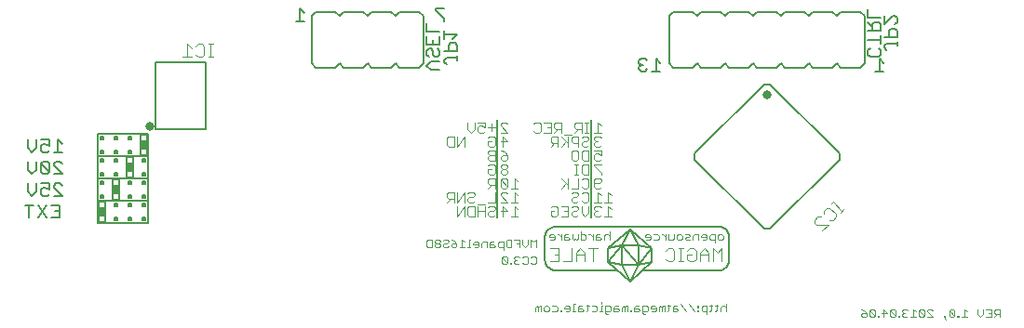
<source format=gbo>
G75*
G70*
%OFA0B0*%
%FSLAX24Y24*%
%IPPOS*%
%LPD*%
%AMOC8*
5,1,8,0,0,1.08239X$1,22.5*
%
%ADD10C,0.0080*%
%ADD11C,0.0315*%
%ADD12C,0.0040*%
%ADD13C,0.0060*%
%ADD14C,0.0050*%
%ADD15C,0.0030*%
D10*
X005290Y007151D02*
X007070Y007151D01*
X007070Y009569D01*
X005290Y009569D01*
X005290Y007151D01*
X024591Y006291D02*
X024591Y006069D01*
X027069Y003591D01*
X027291Y003591D01*
X029769Y006069D01*
X029769Y006291D01*
X027291Y008769D01*
X027069Y008769D01*
X024591Y006291D01*
D11*
X027180Y008407D03*
X005080Y007260D03*
D12*
X006263Y009750D02*
X006570Y009750D01*
X006417Y009750D02*
X006417Y010210D01*
X006570Y010057D01*
X006724Y010134D02*
X006801Y010210D01*
X006954Y010210D01*
X007031Y010134D01*
X007031Y009827D01*
X006954Y009750D01*
X006801Y009750D01*
X006724Y009827D01*
X007184Y009750D02*
X007338Y009750D01*
X007261Y009750D02*
X007261Y010210D01*
X007338Y010210D02*
X007184Y010210D01*
X028883Y003901D02*
X028883Y003792D01*
X028937Y003738D01*
X029371Y003738D01*
X029154Y003521D01*
X028883Y003901D02*
X028992Y004009D01*
X029100Y004009D01*
X029209Y004118D02*
X029209Y004226D01*
X029317Y004335D01*
X029426Y004335D01*
X029643Y004118D01*
X029643Y004009D01*
X029534Y003901D01*
X029426Y003901D01*
X029805Y004172D02*
X029914Y004281D01*
X029860Y004226D02*
X029534Y004552D01*
X029588Y004606D02*
X029480Y004498D01*
X025554Y002881D02*
X025400Y002727D01*
X025247Y002881D01*
X025247Y002420D01*
X025093Y002420D02*
X025093Y002727D01*
X024940Y002881D01*
X024786Y002727D01*
X024786Y002420D01*
X024633Y002497D02*
X024556Y002420D01*
X024403Y002420D01*
X024326Y002497D01*
X024326Y002651D01*
X024479Y002651D01*
X024326Y002804D02*
X024403Y002881D01*
X024556Y002881D01*
X024633Y002804D01*
X024633Y002497D01*
X024786Y002651D02*
X025093Y002651D01*
X025554Y002420D02*
X025554Y002881D01*
X024173Y002881D02*
X024019Y002881D01*
X024096Y002881D02*
X024096Y002420D01*
X024173Y002420D02*
X024019Y002420D01*
X023866Y002497D02*
X023789Y002420D01*
X023635Y002420D01*
X023559Y002497D01*
X023866Y002497D02*
X023866Y002804D01*
X023789Y002881D01*
X023635Y002881D01*
X023559Y002804D01*
X021103Y002881D02*
X020796Y002881D01*
X020950Y002881D02*
X020950Y002420D01*
X020643Y002420D02*
X020643Y002727D01*
X020489Y002881D01*
X020336Y002727D01*
X020336Y002420D01*
X020182Y002420D02*
X019876Y002420D01*
X019722Y002420D02*
X019415Y002420D01*
X019722Y002420D02*
X019722Y002881D01*
X019415Y002881D01*
X019569Y002651D02*
X019722Y002651D01*
X020182Y002881D02*
X020182Y002420D01*
X020336Y002651D02*
X020643Y002651D01*
D13*
X003220Y003790D02*
X003220Y004590D01*
X003220Y005390D01*
X003220Y006190D01*
X003220Y006990D01*
X005020Y006990D01*
X005020Y006190D01*
X003220Y006190D01*
X004245Y006165D02*
X004245Y005415D01*
X004495Y005415D02*
X004495Y006165D01*
X004745Y006215D02*
X004745Y006965D01*
X004995Y006965D02*
X004995Y006215D01*
X005020Y006190D02*
X005020Y005390D01*
X003220Y005390D01*
X003745Y005365D02*
X003745Y004615D01*
X003995Y004615D02*
X003995Y005365D01*
X005020Y005390D02*
X005020Y004590D01*
X003220Y004590D01*
X003245Y004565D02*
X003245Y003815D01*
X003220Y003790D02*
X005020Y003790D01*
X005020Y004590D01*
X003495Y004565D02*
X003495Y003815D01*
X017530Y003980D02*
X017530Y007480D01*
X020880Y007480D02*
X020880Y003980D01*
X021491Y002877D02*
X022278Y003566D01*
X021983Y002975D01*
X021491Y002385D01*
X021983Y002286D01*
X022574Y002286D01*
X021983Y002975D01*
X021491Y002877D01*
X021491Y002385D01*
X022278Y001696D01*
X021983Y002286D01*
X021983Y002975D01*
X022574Y002975D01*
X023066Y002877D01*
X022574Y002286D01*
X023066Y002385D01*
X023066Y002877D01*
X022278Y003566D01*
X022574Y002975D01*
X022574Y002286D01*
X022278Y001696D01*
X023066Y002385D01*
X022771Y002089D02*
X025428Y002089D01*
X025467Y002091D01*
X025505Y002097D01*
X025542Y002106D01*
X025579Y002119D01*
X025614Y002136D01*
X025647Y002155D01*
X025678Y002178D01*
X025707Y002204D01*
X025733Y002233D01*
X025756Y002264D01*
X025775Y002297D01*
X025792Y002332D01*
X025805Y002369D01*
X025814Y002406D01*
X025820Y002444D01*
X025822Y002483D01*
X025822Y003271D01*
X025820Y003310D01*
X025814Y003348D01*
X025805Y003385D01*
X025792Y003422D01*
X025775Y003457D01*
X025756Y003490D01*
X025733Y003521D01*
X025707Y003550D01*
X025678Y003576D01*
X025647Y003599D01*
X025614Y003618D01*
X025579Y003635D01*
X025542Y003648D01*
X025505Y003657D01*
X025467Y003663D01*
X025428Y003665D01*
X025428Y003664D02*
X022475Y003664D01*
X019621Y003664D01*
X019621Y003665D02*
X019582Y003663D01*
X019544Y003657D01*
X019507Y003648D01*
X019470Y003635D01*
X019435Y003618D01*
X019402Y003599D01*
X019371Y003576D01*
X019342Y003550D01*
X019316Y003521D01*
X019293Y003490D01*
X019274Y003457D01*
X019257Y003422D01*
X019244Y003385D01*
X019235Y003348D01*
X019229Y003310D01*
X019227Y003271D01*
X019227Y002483D01*
X019229Y002444D01*
X019235Y002406D01*
X019244Y002369D01*
X019257Y002332D01*
X019274Y002297D01*
X019293Y002264D01*
X019316Y002233D01*
X019342Y002204D01*
X019371Y002178D01*
X019402Y002155D01*
X019435Y002136D01*
X019470Y002119D01*
X019507Y002106D01*
X019544Y002097D01*
X019582Y002091D01*
X019621Y002089D01*
X021786Y002089D01*
X023830Y009360D02*
X024530Y009360D01*
X024680Y009510D01*
X024830Y009360D01*
X025530Y009360D01*
X025680Y009510D01*
X025830Y009360D01*
X026530Y009360D01*
X026680Y009510D01*
X026830Y009360D01*
X027530Y009360D01*
X027680Y009510D01*
X027830Y009360D01*
X028530Y009360D01*
X028680Y009510D01*
X028830Y009360D01*
X029530Y009360D01*
X029680Y009510D01*
X029830Y009360D01*
X030530Y009360D01*
X030680Y009510D01*
X030680Y011210D01*
X030530Y011360D01*
X029830Y011360D01*
X029680Y011210D01*
X029530Y011360D01*
X028830Y011360D01*
X028680Y011210D01*
X028530Y011360D01*
X027830Y011360D01*
X027680Y011210D01*
X027530Y011360D01*
X026830Y011360D01*
X026680Y011210D01*
X026530Y011360D01*
X025830Y011360D01*
X025680Y011210D01*
X025530Y011360D01*
X024830Y011360D01*
X024680Y011210D01*
X024530Y011360D01*
X023830Y011360D01*
X023680Y011210D01*
X023680Y009510D01*
X023830Y009360D01*
X014880Y009510D02*
X014730Y009360D01*
X014030Y009360D01*
X013880Y009510D01*
X013730Y009360D01*
X013030Y009360D01*
X012880Y009510D01*
X012730Y009360D01*
X012030Y009360D01*
X011880Y009510D01*
X011730Y009360D01*
X011030Y009360D01*
X010880Y009510D01*
X010880Y011210D01*
X011030Y011360D01*
X011730Y011360D01*
X011880Y011210D01*
X012030Y011360D01*
X012730Y011360D01*
X012880Y011210D01*
X013030Y011360D01*
X013730Y011360D01*
X013880Y011210D01*
X014030Y011360D01*
X014730Y011360D01*
X014880Y011210D01*
X014880Y009510D01*
D14*
X014995Y009435D02*
X015145Y009585D01*
X015445Y009585D01*
X015625Y009559D02*
X015700Y009484D01*
X015625Y009559D02*
X015625Y009634D01*
X015700Y009709D01*
X016075Y009709D01*
X016075Y009634D02*
X016075Y009784D01*
X016075Y009944D02*
X015625Y009944D01*
X015775Y009944D02*
X015775Y010169D01*
X015850Y010244D01*
X016000Y010244D01*
X016075Y010169D01*
X016075Y009944D01*
X015445Y009971D02*
X015445Y009820D01*
X015370Y009745D01*
X015295Y009745D01*
X015220Y009820D01*
X015220Y009971D01*
X015145Y010046D01*
X015070Y010046D01*
X014995Y009971D01*
X014995Y009820D01*
X015070Y009745D01*
X015370Y010046D02*
X015445Y009971D01*
X015445Y010206D02*
X014995Y010206D01*
X014995Y010506D01*
X014995Y010666D02*
X014995Y010966D01*
X015315Y011410D02*
X015615Y011110D01*
X015615Y011035D01*
X015625Y010705D02*
X015625Y010405D01*
X015625Y010555D02*
X016075Y010555D01*
X015925Y010405D01*
X015445Y010506D02*
X015445Y010206D01*
X015220Y010206D02*
X015220Y010356D01*
X015445Y010666D02*
X014995Y010666D01*
X015315Y011410D02*
X015315Y011485D01*
X015615Y011485D01*
X010615Y011335D02*
X010465Y011485D01*
X010465Y011035D01*
X010615Y011035D02*
X010315Y011035D01*
X014995Y009435D02*
X015145Y009285D01*
X015445Y009285D01*
X022594Y009310D02*
X022669Y009235D01*
X022820Y009235D01*
X022895Y009310D01*
X023055Y009235D02*
X023355Y009235D01*
X023205Y009235D02*
X023205Y009685D01*
X023355Y009535D01*
X022895Y009610D02*
X022820Y009685D01*
X022669Y009685D01*
X022594Y009610D01*
X022594Y009535D01*
X022669Y009460D01*
X022594Y009385D01*
X022594Y009310D01*
X022669Y009460D02*
X022744Y009460D01*
X030795Y009838D02*
X030795Y009989D01*
X030870Y010064D01*
X031170Y010064D02*
X031245Y009989D01*
X031245Y009838D01*
X031170Y009763D01*
X030870Y009763D01*
X030795Y009838D01*
X031205Y009685D02*
X031205Y009235D01*
X031355Y009235D02*
X031055Y009235D01*
X031355Y009535D02*
X031205Y009685D01*
X031460Y010005D02*
X031385Y010080D01*
X031385Y010155D01*
X031460Y010230D01*
X031835Y010230D01*
X031835Y010155D02*
X031835Y010305D01*
X031245Y010374D02*
X030795Y010374D01*
X031245Y010224D02*
X031245Y010524D01*
X031385Y010465D02*
X031835Y010465D01*
X031835Y010691D01*
X031760Y010766D01*
X031610Y010766D01*
X031535Y010691D01*
X031535Y010465D01*
X031245Y010684D02*
X031245Y010909D01*
X031170Y010984D01*
X031020Y010984D01*
X030945Y010909D01*
X030945Y010684D01*
X030795Y010684D02*
X031245Y010684D01*
X031385Y010926D02*
X031685Y011226D01*
X031760Y011226D01*
X031835Y011151D01*
X031835Y011001D01*
X031760Y010926D01*
X031385Y010926D02*
X031385Y011226D01*
X031245Y011145D02*
X030795Y011145D01*
X030795Y011445D01*
X030795Y010984D02*
X030945Y010834D01*
X004995Y006965D02*
X004745Y006965D01*
X004432Y006902D02*
X004307Y006902D01*
X004307Y006890D01*
X004307Y006840D01*
X004432Y006840D01*
X004432Y006790D01*
X004307Y006790D01*
X004307Y006777D01*
X004432Y006777D01*
X004432Y006790D01*
X004432Y006840D02*
X004432Y006890D01*
X004307Y006890D01*
X004307Y006840D02*
X004307Y006790D01*
X004432Y006890D02*
X004432Y006902D01*
X004745Y006715D02*
X004745Y006465D01*
X004770Y006465D01*
X004770Y006715D01*
X004745Y006715D01*
X004770Y006715D02*
X004820Y006715D01*
X004820Y006465D01*
X004870Y006465D01*
X004870Y006715D01*
X004920Y006715D01*
X004920Y006465D01*
X004970Y006465D01*
X004970Y006715D01*
X004920Y006715D01*
X004870Y006715D02*
X004820Y006715D01*
X004970Y006715D02*
X004995Y006715D01*
X004995Y006465D01*
X004970Y006465D01*
X004920Y006465D02*
X004870Y006465D01*
X004820Y006465D02*
X004770Y006465D01*
X004432Y006402D02*
X004307Y006402D01*
X004307Y006390D01*
X004307Y006340D01*
X004432Y006340D01*
X004432Y006290D01*
X004307Y006290D01*
X004307Y006277D01*
X004432Y006277D01*
X004432Y006290D01*
X004432Y006340D02*
X004432Y006390D01*
X004307Y006390D01*
X004307Y006340D02*
X004307Y006290D01*
X004245Y006165D02*
X004495Y006165D01*
X004745Y006215D02*
X004995Y006215D01*
X004932Y006102D02*
X004807Y006102D01*
X004807Y006090D01*
X004807Y006040D01*
X004932Y006040D01*
X004932Y005990D01*
X004807Y005990D01*
X004807Y005977D01*
X004932Y005977D01*
X004932Y005990D01*
X004932Y006040D02*
X004932Y006090D01*
X004807Y006090D01*
X004807Y006040D02*
X004807Y005990D01*
X004932Y006090D02*
X004932Y006102D01*
X004495Y005915D02*
X004495Y005665D01*
X004470Y005665D01*
X004470Y005915D01*
X004420Y005915D01*
X004370Y005915D01*
X004370Y005665D01*
X004320Y005665D01*
X004320Y005915D01*
X004270Y005915D01*
X004270Y005665D01*
X004320Y005665D01*
X004370Y005665D02*
X004420Y005665D01*
X004420Y005915D01*
X004470Y005915D02*
X004495Y005915D01*
X004370Y005915D02*
X004320Y005915D01*
X004270Y005915D02*
X004245Y005915D01*
X004245Y005665D01*
X004270Y005665D01*
X004420Y005665D02*
X004470Y005665D01*
X004807Y005602D02*
X004932Y005602D01*
X004932Y005590D01*
X004807Y005590D01*
X004807Y005540D01*
X004932Y005540D01*
X004932Y005490D01*
X004807Y005490D01*
X004807Y005477D01*
X004932Y005477D01*
X004932Y005490D01*
X004932Y005540D02*
X004932Y005590D01*
X004807Y005602D02*
X004807Y005590D01*
X004807Y005540D02*
X004807Y005490D01*
X004495Y005415D02*
X004245Y005415D01*
X004307Y005302D02*
X004432Y005302D01*
X004432Y005290D01*
X004307Y005290D01*
X004307Y005240D01*
X004432Y005240D01*
X004432Y005190D01*
X004307Y005190D01*
X004307Y005177D01*
X004432Y005177D01*
X004432Y005190D01*
X004432Y005240D02*
X004432Y005290D01*
X004307Y005302D02*
X004307Y005290D01*
X004307Y005240D02*
X004307Y005190D01*
X003995Y005115D02*
X003995Y004865D01*
X003970Y004865D01*
X003970Y005115D01*
X003920Y005115D01*
X003870Y005115D01*
X003870Y004865D01*
X003820Y004865D01*
X003820Y005115D01*
X003770Y005115D01*
X003770Y004865D01*
X003820Y004865D01*
X003870Y004865D02*
X003920Y004865D01*
X003920Y005115D01*
X003870Y005115D02*
X003820Y005115D01*
X003770Y005115D02*
X003745Y005115D01*
X003745Y004865D01*
X003770Y004865D01*
X003920Y004865D02*
X003970Y004865D01*
X004307Y004802D02*
X004432Y004802D01*
X004432Y004790D01*
X004307Y004790D01*
X004307Y004740D01*
X004432Y004740D01*
X004432Y004690D01*
X004307Y004690D01*
X004307Y004677D01*
X004432Y004677D01*
X004432Y004690D01*
X004432Y004740D02*
X004432Y004790D01*
X004307Y004802D02*
X004307Y004790D01*
X004307Y004740D02*
X004307Y004690D01*
X003995Y004615D02*
X003745Y004615D01*
X003807Y004502D02*
X003932Y004502D01*
X003932Y004490D01*
X003807Y004490D01*
X003807Y004440D01*
X003932Y004440D01*
X003932Y004390D01*
X003807Y004390D01*
X003807Y004377D01*
X003932Y004377D01*
X003932Y004390D01*
X003932Y004440D02*
X003932Y004490D01*
X003807Y004502D02*
X003807Y004490D01*
X003807Y004440D02*
X003807Y004390D01*
X003495Y004315D02*
X003495Y004065D01*
X003470Y004065D01*
X003470Y004315D01*
X003420Y004315D01*
X003370Y004315D01*
X003370Y004065D01*
X003320Y004065D01*
X003320Y004315D01*
X003270Y004315D01*
X003270Y004065D01*
X003320Y004065D01*
X003370Y004065D02*
X003420Y004065D01*
X003420Y004315D01*
X003370Y004315D02*
X003320Y004315D01*
X003270Y004315D02*
X003245Y004315D01*
X003245Y004065D01*
X003270Y004065D01*
X003420Y004065D02*
X003470Y004065D01*
X003807Y004002D02*
X003932Y004002D01*
X003932Y003990D01*
X003807Y003990D01*
X003807Y003940D01*
X003932Y003940D01*
X003932Y003890D01*
X003807Y003890D01*
X003807Y003877D01*
X003932Y003877D01*
X003932Y003890D01*
X003932Y003940D02*
X003932Y003990D01*
X003807Y004002D02*
X003807Y003990D01*
X003807Y003940D02*
X003807Y003890D01*
X003495Y003815D02*
X003245Y003815D01*
X004307Y003877D02*
X004432Y003877D01*
X004432Y003890D01*
X004432Y003940D01*
X004307Y003940D01*
X004307Y003990D01*
X004432Y003990D01*
X004432Y004002D01*
X004307Y004002D01*
X004307Y003990D01*
X004307Y003940D02*
X004307Y003890D01*
X004432Y003890D01*
X004432Y003940D02*
X004432Y003990D01*
X004307Y003890D02*
X004307Y003877D01*
X004807Y003877D02*
X004932Y003877D01*
X004932Y003890D01*
X004932Y003940D01*
X004807Y003940D01*
X004807Y003990D01*
X004932Y003990D01*
X004932Y004002D01*
X004807Y004002D01*
X004807Y003990D01*
X004807Y003940D02*
X004807Y003890D01*
X004932Y003890D01*
X004932Y003940D02*
X004932Y003990D01*
X004807Y003890D02*
X004807Y003877D01*
X004807Y004377D02*
X004932Y004377D01*
X004932Y004390D01*
X004932Y004440D01*
X004807Y004440D01*
X004807Y004490D01*
X004932Y004490D01*
X004932Y004502D01*
X004807Y004502D01*
X004807Y004490D01*
X004807Y004440D02*
X004807Y004390D01*
X004932Y004390D01*
X004932Y004440D02*
X004932Y004490D01*
X004807Y004390D02*
X004807Y004377D01*
X004432Y004377D02*
X004307Y004377D01*
X004307Y004390D01*
X004432Y004390D01*
X004432Y004440D01*
X004307Y004440D01*
X004307Y004490D01*
X004432Y004490D01*
X004432Y004502D01*
X004307Y004502D01*
X004307Y004490D01*
X004307Y004440D02*
X004307Y004390D01*
X004432Y004377D02*
X004432Y004390D01*
X004432Y004440D02*
X004432Y004490D01*
X004807Y004677D02*
X004932Y004677D01*
X004932Y004690D01*
X004932Y004740D01*
X004807Y004740D01*
X004807Y004790D01*
X004932Y004790D01*
X004932Y004802D01*
X004807Y004802D01*
X004807Y004790D01*
X004807Y004740D02*
X004807Y004690D01*
X004932Y004690D01*
X004932Y004740D02*
X004932Y004790D01*
X004807Y004690D02*
X004807Y004677D01*
X004807Y005177D02*
X004932Y005177D01*
X004932Y005190D01*
X004932Y005240D01*
X004807Y005240D01*
X004807Y005290D01*
X004932Y005290D01*
X004932Y005302D01*
X004807Y005302D01*
X004807Y005290D01*
X004807Y005240D02*
X004807Y005190D01*
X004932Y005190D01*
X004932Y005240D02*
X004932Y005290D01*
X004807Y005190D02*
X004807Y005177D01*
X003995Y005115D02*
X003970Y005115D01*
X003432Y005177D02*
X003307Y005177D01*
X003307Y005190D01*
X003432Y005190D01*
X003432Y005240D01*
X003307Y005240D01*
X003307Y005290D01*
X003432Y005290D01*
X003432Y005302D01*
X003307Y005302D01*
X003307Y005290D01*
X003307Y005240D02*
X003307Y005190D01*
X003432Y005177D02*
X003432Y005190D01*
X003432Y005240D02*
X003432Y005290D01*
X003745Y005365D02*
X003995Y005365D01*
X003932Y005477D02*
X003807Y005477D01*
X003807Y005490D01*
X003932Y005490D01*
X003932Y005540D01*
X003807Y005540D01*
X003807Y005590D01*
X003932Y005590D01*
X003932Y005602D01*
X003807Y005602D01*
X003807Y005590D01*
X003807Y005540D02*
X003807Y005490D01*
X003932Y005477D02*
X003932Y005490D01*
X003932Y005540D02*
X003932Y005590D01*
X003432Y005590D02*
X003432Y005540D01*
X003432Y005490D01*
X003307Y005490D01*
X003307Y005477D01*
X003432Y005477D01*
X003432Y005490D01*
X003432Y005540D02*
X003307Y005540D01*
X003307Y005590D01*
X003432Y005590D01*
X003432Y005602D01*
X003307Y005602D01*
X003307Y005590D01*
X003307Y005540D02*
X003307Y005490D01*
X003307Y005977D02*
X003432Y005977D01*
X003432Y005990D01*
X003432Y006040D01*
X003307Y006040D01*
X003307Y006090D01*
X003432Y006090D01*
X003432Y006102D01*
X003307Y006102D01*
X003307Y006090D01*
X003307Y006040D02*
X003307Y005990D01*
X003432Y005990D01*
X003432Y006040D02*
X003432Y006090D01*
X003307Y005990D02*
X003307Y005977D01*
X003807Y005977D02*
X003932Y005977D01*
X003932Y005990D01*
X003932Y006040D01*
X003807Y006040D01*
X003807Y006090D01*
X003932Y006090D01*
X003932Y006102D01*
X003807Y006102D01*
X003807Y006090D01*
X003807Y006040D02*
X003807Y005990D01*
X003932Y005990D01*
X003932Y006040D02*
X003932Y006090D01*
X003807Y005990D02*
X003807Y005977D01*
X003807Y006277D02*
X003932Y006277D01*
X003932Y006290D01*
X003932Y006340D01*
X003807Y006340D01*
X003807Y006390D01*
X003932Y006390D01*
X003932Y006402D01*
X003807Y006402D01*
X003807Y006390D01*
X003807Y006340D02*
X003807Y006290D01*
X003932Y006290D01*
X003932Y006340D02*
X003932Y006390D01*
X003807Y006290D02*
X003807Y006277D01*
X003432Y006277D02*
X003307Y006277D01*
X003307Y006290D01*
X003432Y006290D01*
X003432Y006340D01*
X003307Y006340D01*
X003307Y006390D01*
X003432Y006390D01*
X003432Y006402D01*
X003307Y006402D01*
X003307Y006390D01*
X003307Y006340D02*
X003307Y006290D01*
X003432Y006277D02*
X003432Y006290D01*
X003432Y006340D02*
X003432Y006390D01*
X004432Y006390D02*
X004432Y006402D01*
X003932Y006777D02*
X003807Y006777D01*
X003807Y006790D01*
X003932Y006790D01*
X003932Y006840D01*
X003807Y006840D01*
X003807Y006890D01*
X003932Y006890D01*
X003932Y006902D01*
X003807Y006902D01*
X003807Y006890D01*
X003807Y006840D02*
X003807Y006790D01*
X003932Y006777D02*
X003932Y006790D01*
X003932Y006840D02*
X003932Y006890D01*
X003432Y006890D02*
X003432Y006902D01*
X003307Y006902D01*
X003307Y006890D01*
X003307Y006840D01*
X003432Y006840D01*
X003432Y006790D01*
X003307Y006790D01*
X003307Y006777D01*
X003432Y006777D01*
X003432Y006790D01*
X003432Y006840D02*
X003432Y006890D01*
X003307Y006890D01*
X003307Y006840D02*
X003307Y006790D01*
X001936Y006625D02*
X001786Y006775D01*
X001786Y006325D01*
X001936Y006325D02*
X001636Y006325D01*
X001476Y006400D02*
X001401Y006325D01*
X001251Y006325D01*
X001176Y006400D01*
X001176Y006550D01*
X001251Y006625D01*
X001326Y006625D01*
X001476Y006550D01*
X001476Y006775D01*
X001176Y006775D01*
X001015Y006775D02*
X001015Y006475D01*
X000865Y006325D01*
X000715Y006475D01*
X000715Y006775D01*
X000715Y005995D02*
X000715Y005695D01*
X000865Y005545D01*
X001015Y005695D01*
X001015Y005995D01*
X001176Y005920D02*
X001476Y005620D01*
X001401Y005545D01*
X001251Y005545D01*
X001176Y005620D01*
X001176Y005920D01*
X001251Y005995D01*
X001401Y005995D01*
X001476Y005920D01*
X001476Y005620D01*
X001636Y005545D02*
X001936Y005545D01*
X001636Y005845D01*
X001636Y005920D01*
X001711Y005995D01*
X001861Y005995D01*
X001936Y005920D01*
X001861Y005215D02*
X001936Y005140D01*
X001861Y005215D02*
X001711Y005215D01*
X001636Y005140D01*
X001636Y005065D01*
X001936Y004765D01*
X001636Y004765D01*
X001476Y004840D02*
X001401Y004765D01*
X001251Y004765D01*
X001176Y004840D01*
X001176Y004990D01*
X001251Y005065D01*
X001326Y005065D01*
X001476Y004990D01*
X001476Y005215D01*
X001176Y005215D01*
X001015Y005215D02*
X001015Y004915D01*
X000865Y004765D01*
X000715Y004915D01*
X000715Y005215D01*
X000765Y004435D02*
X000765Y003985D01*
X001076Y003985D02*
X001376Y004435D01*
X001536Y004435D02*
X001836Y004435D01*
X001836Y003985D01*
X001536Y003985D01*
X001376Y003985D02*
X001076Y004435D01*
X000915Y004435D02*
X000615Y004435D01*
X001686Y004210D02*
X001836Y004210D01*
X003245Y004565D02*
X003495Y004565D01*
X003432Y004677D02*
X003307Y004677D01*
X003307Y004690D01*
X003432Y004690D01*
X003432Y004740D01*
X003307Y004740D01*
X003307Y004790D01*
X003432Y004790D01*
X003432Y004802D01*
X003307Y004802D01*
X003307Y004790D01*
X003307Y004740D02*
X003307Y004690D01*
X003432Y004677D02*
X003432Y004690D01*
X003432Y004740D02*
X003432Y004790D01*
X003470Y004315D02*
X003495Y004315D01*
D15*
X014989Y003159D02*
X014989Y002965D01*
X015037Y002917D01*
X015182Y002917D01*
X015182Y003207D01*
X015037Y003207D01*
X014989Y003159D01*
X015284Y003159D02*
X015284Y003111D01*
X015332Y003062D01*
X015429Y003062D01*
X015477Y003111D01*
X015477Y003159D01*
X015429Y003207D01*
X015332Y003207D01*
X015284Y003159D01*
X015332Y003062D02*
X015284Y003014D01*
X015284Y002965D01*
X015332Y002917D01*
X015429Y002917D01*
X015477Y002965D01*
X015477Y003014D01*
X015429Y003062D01*
X015578Y003014D02*
X015578Y002965D01*
X015627Y002917D01*
X015723Y002917D01*
X015772Y002965D01*
X015873Y002965D02*
X015873Y003014D01*
X015921Y003062D01*
X016066Y003062D01*
X016066Y002965D01*
X016018Y002917D01*
X015921Y002917D01*
X015873Y002965D01*
X015772Y003111D02*
X015723Y003062D01*
X015627Y003062D01*
X015578Y003014D01*
X015578Y003159D02*
X015627Y003207D01*
X015723Y003207D01*
X015772Y003159D01*
X015772Y003111D01*
X015873Y003207D02*
X015970Y003159D01*
X016066Y003062D01*
X016167Y002917D02*
X016361Y002917D01*
X016264Y002917D02*
X016264Y003207D01*
X016361Y003111D01*
X016509Y003207D02*
X016509Y002917D01*
X016557Y002917D02*
X016461Y002917D01*
X016659Y003014D02*
X016852Y003014D01*
X016852Y003062D02*
X016804Y003111D01*
X016707Y003111D01*
X016659Y003062D01*
X016659Y003014D01*
X016707Y002917D02*
X016804Y002917D01*
X016852Y002965D01*
X016852Y003062D01*
X016953Y003062D02*
X016953Y002917D01*
X016953Y003062D02*
X017002Y003111D01*
X017147Y003111D01*
X017147Y002917D01*
X017248Y002917D02*
X017393Y002917D01*
X017441Y002965D01*
X017393Y003014D01*
X017248Y003014D01*
X017248Y003062D02*
X017248Y002917D01*
X017248Y003062D02*
X017296Y003111D01*
X017393Y003111D01*
X017543Y003062D02*
X017543Y002965D01*
X017591Y002917D01*
X017736Y002917D01*
X017736Y002820D02*
X017736Y003111D01*
X017591Y003111D01*
X017543Y003062D01*
X017837Y002965D02*
X017837Y003159D01*
X017886Y003207D01*
X018031Y003207D01*
X018031Y002917D01*
X017886Y002917D01*
X017837Y002965D01*
X018229Y003062D02*
X018325Y003062D01*
X018426Y003014D02*
X018523Y002917D01*
X018620Y003014D01*
X018620Y003207D01*
X018721Y003207D02*
X018721Y002917D01*
X018915Y002917D02*
X018915Y003207D01*
X018818Y003111D01*
X018721Y003207D01*
X018426Y003207D02*
X018426Y003014D01*
X018325Y002917D02*
X018325Y003207D01*
X018132Y003207D01*
X019376Y003284D02*
X019570Y003284D01*
X019570Y003332D02*
X019570Y003235D01*
X019521Y003187D01*
X019424Y003187D01*
X019376Y003284D02*
X019376Y003332D01*
X019424Y003381D01*
X019521Y003381D01*
X019570Y003332D01*
X019670Y003381D02*
X019718Y003381D01*
X019815Y003284D01*
X019815Y003187D02*
X019815Y003381D01*
X019916Y003332D02*
X019916Y003187D01*
X020061Y003187D01*
X020110Y003235D01*
X020061Y003284D01*
X019916Y003284D01*
X019916Y003332D02*
X019965Y003381D01*
X020061Y003381D01*
X020211Y003381D02*
X020211Y003235D01*
X020259Y003187D01*
X020308Y003235D01*
X020356Y003187D01*
X020404Y003235D01*
X020404Y003381D01*
X020506Y003381D02*
X020651Y003381D01*
X020699Y003332D01*
X020699Y003235D01*
X020651Y003187D01*
X020506Y003187D01*
X020506Y003477D01*
X020799Y003381D02*
X020848Y003381D01*
X020945Y003284D01*
X020945Y003187D02*
X020945Y003381D01*
X021046Y003332D02*
X021046Y003187D01*
X021191Y003187D01*
X021239Y003235D01*
X021191Y003284D01*
X021046Y003284D01*
X021046Y003332D02*
X021094Y003381D01*
X021191Y003381D01*
X021340Y003332D02*
X021340Y003187D01*
X021534Y003187D02*
X021534Y003477D01*
X021485Y003381D02*
X021389Y003381D01*
X021340Y003332D01*
X021485Y003381D02*
X021534Y003332D01*
X022814Y003332D02*
X022814Y003284D01*
X023007Y003284D01*
X023007Y003332D02*
X023007Y003235D01*
X022959Y003187D01*
X022862Y003187D01*
X023108Y003187D02*
X023253Y003187D01*
X023302Y003235D01*
X023302Y003332D01*
X023253Y003381D01*
X023108Y003381D01*
X023007Y003332D02*
X022959Y003381D01*
X022862Y003381D01*
X022814Y003332D01*
X023402Y003381D02*
X023451Y003381D01*
X023547Y003284D01*
X023547Y003187D02*
X023547Y003381D01*
X023648Y003381D02*
X023648Y003187D01*
X023794Y003187D01*
X023842Y003235D01*
X023842Y003381D01*
X023943Y003332D02*
X023943Y003235D01*
X023991Y003187D01*
X024088Y003187D01*
X024137Y003235D01*
X024137Y003332D01*
X024088Y003381D01*
X023991Y003381D01*
X023943Y003332D01*
X024238Y003381D02*
X024383Y003381D01*
X024431Y003332D01*
X024383Y003284D01*
X024286Y003284D01*
X024238Y003235D01*
X024286Y003187D01*
X024431Y003187D01*
X024532Y003187D02*
X024532Y003332D01*
X024581Y003381D01*
X024726Y003381D01*
X024726Y003187D01*
X024827Y003284D02*
X025021Y003284D01*
X025021Y003332D02*
X025021Y003235D01*
X024972Y003187D01*
X024875Y003187D01*
X024827Y003284D02*
X024827Y003332D01*
X024875Y003381D01*
X024972Y003381D01*
X025021Y003332D01*
X025122Y003332D02*
X025122Y003235D01*
X025170Y003187D01*
X025315Y003187D01*
X025315Y003090D02*
X025315Y003381D01*
X025170Y003381D01*
X025122Y003332D01*
X025416Y003332D02*
X025465Y003381D01*
X025562Y003381D01*
X025610Y003332D01*
X025610Y003235D01*
X025562Y003187D01*
X025465Y003187D01*
X025416Y003235D01*
X025416Y003332D01*
X021602Y004034D02*
X021355Y004034D01*
X021478Y004034D02*
X021478Y004405D01*
X021602Y004281D01*
X021233Y004343D02*
X021172Y004405D01*
X021048Y004405D01*
X020986Y004343D01*
X020986Y004281D01*
X021048Y004220D01*
X020986Y004158D01*
X020986Y004096D01*
X021048Y004034D01*
X021172Y004034D01*
X021233Y004096D01*
X021110Y004220D02*
X021048Y004220D01*
X020786Y004158D02*
X020663Y004034D01*
X020539Y004158D01*
X020539Y004405D01*
X020418Y004343D02*
X020356Y004405D01*
X020233Y004405D01*
X020171Y004343D01*
X020050Y004405D02*
X019803Y004405D01*
X019681Y004343D02*
X019620Y004405D01*
X019496Y004405D01*
X019434Y004343D01*
X019434Y004220D02*
X019558Y004220D01*
X019434Y004220D02*
X019434Y004096D01*
X019496Y004034D01*
X019620Y004034D01*
X019681Y004096D01*
X019681Y004343D01*
X019926Y004220D02*
X020050Y004220D01*
X020171Y004158D02*
X020233Y004220D01*
X020356Y004220D01*
X020418Y004281D01*
X020418Y004343D01*
X020786Y004405D02*
X020786Y004158D01*
X020418Y004096D02*
X020356Y004034D01*
X020233Y004034D01*
X020171Y004096D01*
X020171Y004158D01*
X020050Y004034D02*
X019803Y004034D01*
X020050Y004034D02*
X020050Y004405D01*
X020233Y004534D02*
X020356Y004534D01*
X020418Y004596D01*
X020539Y004596D02*
X020601Y004534D01*
X020725Y004534D01*
X020786Y004596D01*
X020786Y004843D01*
X020725Y004905D01*
X020601Y004905D01*
X020539Y004843D01*
X020418Y004843D02*
X020418Y004781D01*
X020356Y004720D01*
X020233Y004720D01*
X020171Y004658D01*
X020171Y004596D01*
X020233Y004534D01*
X020171Y004843D02*
X020233Y004905D01*
X020356Y004905D01*
X020418Y004843D01*
X021110Y004905D02*
X021110Y004534D01*
X021233Y004534D02*
X020986Y004534D01*
X021355Y004534D02*
X021602Y004534D01*
X021478Y004534D02*
X021478Y004905D01*
X021602Y004781D01*
X021233Y004781D02*
X021110Y004905D01*
X021172Y005034D02*
X021048Y005034D01*
X020986Y005096D01*
X020986Y005343D01*
X021048Y005405D01*
X021172Y005405D01*
X021233Y005343D01*
X021233Y005281D01*
X021172Y005220D01*
X020986Y005220D01*
X020786Y005343D02*
X020786Y005096D01*
X020725Y005034D01*
X020601Y005034D01*
X020539Y005096D01*
X020418Y005034D02*
X020171Y005034D01*
X020050Y005034D02*
X020050Y005405D01*
X020050Y005158D02*
X019803Y005405D01*
X020295Y005534D02*
X020418Y005534D01*
X020356Y005534D02*
X020356Y005905D01*
X020295Y005905D02*
X020418Y005905D01*
X020539Y005843D02*
X020601Y005905D01*
X020786Y005905D01*
X020786Y005534D01*
X020601Y005534D01*
X020539Y005596D01*
X020539Y005843D01*
X020601Y006034D02*
X020539Y006096D01*
X020539Y006343D01*
X020601Y006405D01*
X020786Y006405D01*
X020786Y006034D01*
X020601Y006034D01*
X020418Y006096D02*
X020356Y006034D01*
X020233Y006034D01*
X020171Y006096D01*
X020171Y006343D01*
X020233Y006405D01*
X020356Y006405D01*
X020418Y006343D01*
X020418Y006096D01*
X020986Y006096D02*
X021048Y006034D01*
X021172Y006034D01*
X021233Y006096D01*
X021233Y006220D02*
X021110Y006281D01*
X021048Y006281D01*
X020986Y006220D01*
X020986Y006096D01*
X021233Y006220D02*
X021233Y006405D01*
X020986Y006405D01*
X021048Y006534D02*
X021172Y006534D01*
X021233Y006596D01*
X021110Y006720D02*
X021048Y006720D01*
X020986Y006658D01*
X020986Y006596D01*
X021048Y006534D01*
X021048Y006720D02*
X020986Y006781D01*
X020986Y006843D01*
X021048Y006905D01*
X021172Y006905D01*
X021233Y006843D01*
X020786Y006843D02*
X020786Y006781D01*
X020725Y006720D01*
X020601Y006720D01*
X020539Y006658D01*
X020539Y006596D01*
X020601Y006534D01*
X020725Y006534D01*
X020786Y006596D01*
X020418Y006534D02*
X020418Y006905D01*
X020233Y006905D01*
X020171Y006843D01*
X020171Y006720D01*
X020233Y006658D01*
X020418Y006658D01*
X020539Y006843D02*
X020601Y006905D01*
X020725Y006905D01*
X020786Y006843D01*
X020786Y007034D02*
X020663Y007034D01*
X020725Y007034D02*
X020725Y007405D01*
X020786Y007405D02*
X020663Y007405D01*
X020541Y007405D02*
X020356Y007405D01*
X020294Y007343D01*
X020294Y007220D01*
X020356Y007158D01*
X020541Y007158D01*
X020541Y007034D02*
X020541Y007405D01*
X021110Y007405D02*
X021110Y007034D01*
X021233Y007034D02*
X020986Y007034D01*
X020417Y007158D02*
X020294Y007034D01*
X020172Y006973D02*
X019926Y006973D01*
X019804Y007034D02*
X019804Y007405D01*
X019619Y007405D01*
X019557Y007343D01*
X019557Y007220D01*
X019619Y007158D01*
X019804Y007158D01*
X019681Y007158D02*
X019557Y007034D01*
X019436Y007034D02*
X019189Y007034D01*
X019067Y007096D02*
X019006Y007034D01*
X018882Y007034D01*
X018821Y007096D01*
X019067Y007096D02*
X019067Y007343D01*
X019006Y007405D01*
X018882Y007405D01*
X018821Y007343D01*
X019189Y007405D02*
X019436Y007405D01*
X019436Y007034D01*
X019496Y006905D02*
X019434Y006843D01*
X019434Y006720D01*
X019496Y006658D01*
X019681Y006658D01*
X019558Y006658D02*
X019434Y006534D01*
X019681Y006534D02*
X019681Y006905D01*
X019496Y006905D01*
X019803Y006905D02*
X020050Y006658D01*
X019988Y006720D02*
X019803Y006534D01*
X020050Y006534D02*
X020050Y006905D01*
X019436Y007220D02*
X019312Y007220D01*
X017891Y007343D02*
X017829Y007405D01*
X017706Y007405D01*
X017644Y007343D01*
X017644Y007281D01*
X017891Y007034D01*
X017644Y007034D01*
X017706Y006905D02*
X017891Y006720D01*
X017644Y006720D01*
X017706Y006905D02*
X017706Y006534D01*
X017444Y006596D02*
X017382Y006534D01*
X017259Y006534D01*
X017197Y006596D01*
X017197Y006720D01*
X017320Y006720D01*
X017197Y006843D02*
X017259Y006905D01*
X017382Y006905D01*
X017444Y006843D01*
X017444Y006596D01*
X017444Y006405D02*
X017259Y006405D01*
X017197Y006343D01*
X017197Y006281D01*
X017259Y006220D01*
X017444Y006220D01*
X017444Y006405D02*
X017444Y006034D01*
X017259Y006034D01*
X017197Y006096D01*
X017197Y006158D01*
X017259Y006220D01*
X017644Y006158D02*
X017706Y006220D01*
X017891Y006220D01*
X017891Y006096D01*
X017829Y006034D01*
X017706Y006034D01*
X017644Y006096D01*
X017644Y006158D01*
X017767Y006343D02*
X017891Y006220D01*
X017767Y006343D02*
X017644Y006405D01*
X017706Y005905D02*
X017644Y005843D01*
X017644Y005781D01*
X017706Y005720D01*
X017829Y005720D01*
X017891Y005781D01*
X017891Y005843D01*
X017829Y005905D01*
X017706Y005905D01*
X017706Y005720D02*
X017644Y005658D01*
X017644Y005596D01*
X017706Y005534D01*
X017829Y005534D01*
X017891Y005596D01*
X017891Y005658D01*
X017829Y005720D01*
X017444Y005843D02*
X017444Y005596D01*
X017382Y005534D01*
X017259Y005534D01*
X017197Y005596D01*
X017197Y005720D01*
X017320Y005720D01*
X017197Y005843D02*
X017259Y005905D01*
X017382Y005905D01*
X017444Y005843D01*
X017444Y005405D02*
X017259Y005405D01*
X017197Y005343D01*
X017197Y005220D01*
X017259Y005158D01*
X017444Y005158D01*
X017444Y005034D02*
X017444Y005405D01*
X017644Y005343D02*
X017891Y005096D01*
X017829Y005034D01*
X017706Y005034D01*
X017644Y005096D01*
X017644Y005343D01*
X017706Y005405D01*
X017829Y005405D01*
X017891Y005343D01*
X017891Y005096D01*
X018012Y005034D02*
X018259Y005034D01*
X018136Y005034D02*
X018136Y005405D01*
X018259Y005281D01*
X017320Y005158D02*
X017197Y005034D01*
X017444Y004905D02*
X017444Y004534D01*
X017197Y004534D01*
X017075Y004473D02*
X016829Y004473D01*
X016829Y004405D02*
X016829Y004034D01*
X016707Y004034D02*
X016522Y004034D01*
X016460Y004096D01*
X016460Y004343D01*
X016522Y004405D01*
X016707Y004405D01*
X016707Y004034D01*
X016339Y004034D02*
X016339Y004405D01*
X016092Y004034D01*
X016092Y004405D01*
X016092Y004534D02*
X016092Y004905D01*
X015970Y004905D02*
X015785Y004905D01*
X015724Y004843D01*
X015724Y004720D01*
X015785Y004658D01*
X015970Y004658D01*
X015847Y004658D02*
X015724Y004534D01*
X015970Y004534D02*
X015970Y004905D01*
X016339Y004905D02*
X016092Y004534D01*
X016339Y004534D02*
X016339Y004905D01*
X016460Y004843D02*
X016522Y004905D01*
X016645Y004905D01*
X016707Y004843D01*
X016707Y004781D01*
X016645Y004720D01*
X016522Y004720D01*
X016460Y004658D01*
X016460Y004596D01*
X016522Y004534D01*
X016645Y004534D01*
X016707Y004596D01*
X017075Y004405D02*
X017075Y004034D01*
X017197Y004096D02*
X017259Y004034D01*
X017382Y004034D01*
X017444Y004096D01*
X017382Y004220D02*
X017259Y004220D01*
X017197Y004158D01*
X017197Y004096D01*
X017075Y004220D02*
X016829Y004220D01*
X017197Y004343D02*
X017259Y004405D01*
X017382Y004405D01*
X017444Y004343D01*
X017444Y004281D01*
X017382Y004220D01*
X017644Y004220D02*
X017891Y004220D01*
X017706Y004405D01*
X017706Y004034D01*
X018012Y004034D02*
X018259Y004034D01*
X018136Y004034D02*
X018136Y004405D01*
X018259Y004281D01*
X018259Y004534D02*
X018012Y004534D01*
X017891Y004534D02*
X017644Y004781D01*
X017644Y004843D01*
X017706Y004905D01*
X017829Y004905D01*
X017891Y004843D01*
X018136Y004905D02*
X018136Y004534D01*
X017891Y004534D02*
X017644Y004534D01*
X018136Y004905D02*
X018259Y004781D01*
X019803Y005034D02*
X019988Y005220D01*
X020418Y005405D02*
X020418Y005034D01*
X020539Y005343D02*
X020601Y005405D01*
X020725Y005405D01*
X020786Y005343D01*
X021233Y005534D02*
X021233Y005596D01*
X020986Y005843D01*
X020986Y005905D01*
X021233Y005905D01*
X021233Y005096D02*
X021172Y005034D01*
X016339Y006534D02*
X016339Y006905D01*
X016092Y006534D01*
X016092Y006905D01*
X015970Y006905D02*
X015785Y006905D01*
X015724Y006843D01*
X015724Y006596D01*
X015785Y006534D01*
X015970Y006534D01*
X015970Y006905D01*
X016460Y007158D02*
X016584Y007034D01*
X016707Y007158D01*
X016707Y007405D01*
X016829Y007405D02*
X017075Y007405D01*
X017075Y007220D01*
X016952Y007281D01*
X016890Y007281D01*
X016829Y007220D01*
X016829Y007096D01*
X016890Y007034D01*
X017014Y007034D01*
X017075Y007096D01*
X017197Y007220D02*
X017444Y007220D01*
X017320Y007343D02*
X017320Y007096D01*
X016460Y007158D02*
X016460Y007405D01*
X021110Y007405D02*
X021233Y007281D01*
X016557Y003207D02*
X016509Y003207D01*
X017690Y002559D02*
X017883Y002365D01*
X017835Y002317D01*
X017738Y002317D01*
X017690Y002365D01*
X017690Y002559D01*
X017738Y002607D01*
X017835Y002607D01*
X017883Y002559D01*
X017883Y002365D01*
X017982Y002365D02*
X017982Y002317D01*
X018031Y002317D01*
X018031Y002365D01*
X017982Y002365D01*
X018132Y002365D02*
X018180Y002317D01*
X018277Y002317D01*
X018325Y002365D01*
X018426Y002365D02*
X018475Y002317D01*
X018572Y002317D01*
X018620Y002365D01*
X018620Y002559D01*
X018572Y002607D01*
X018475Y002607D01*
X018426Y002559D01*
X018325Y002559D02*
X018277Y002607D01*
X018180Y002607D01*
X018132Y002559D01*
X018132Y002511D01*
X018180Y002462D01*
X018132Y002414D01*
X018132Y002365D01*
X018180Y002462D02*
X018229Y002462D01*
X018721Y002365D02*
X018769Y002317D01*
X018866Y002317D01*
X018915Y002365D01*
X018915Y002559D01*
X018866Y002607D01*
X018769Y002607D01*
X018721Y002559D01*
X021246Y000956D02*
X021246Y000907D01*
X021246Y000811D02*
X021246Y000617D01*
X021198Y000617D02*
X021295Y000617D01*
X021396Y000617D02*
X021541Y000617D01*
X021589Y000665D01*
X021589Y000762D01*
X021541Y000811D01*
X021396Y000811D01*
X021396Y000569D01*
X021444Y000520D01*
X021493Y000520D01*
X021691Y000617D02*
X021836Y000617D01*
X021884Y000665D01*
X021836Y000714D01*
X021691Y000714D01*
X021691Y000762D02*
X021691Y000617D01*
X021691Y000762D02*
X021739Y000811D01*
X021836Y000811D01*
X021985Y000762D02*
X021985Y000617D01*
X022082Y000617D02*
X022082Y000762D01*
X022034Y000811D01*
X021985Y000762D01*
X022082Y000762D02*
X022130Y000811D01*
X022179Y000811D01*
X022179Y000617D01*
X022278Y000617D02*
X022326Y000617D01*
X022326Y000665D01*
X022278Y000665D01*
X022278Y000617D01*
X022427Y000617D02*
X022427Y000762D01*
X022476Y000811D01*
X022572Y000811D01*
X022572Y000714D02*
X022427Y000714D01*
X022427Y000617D02*
X022572Y000617D01*
X022621Y000665D01*
X022572Y000714D01*
X022722Y000811D02*
X022867Y000811D01*
X022915Y000762D01*
X022915Y000665D01*
X022867Y000617D01*
X022722Y000617D01*
X022722Y000569D02*
X022722Y000811D01*
X023017Y000762D02*
X023017Y000714D01*
X023210Y000714D01*
X023210Y000762D02*
X023162Y000811D01*
X023065Y000811D01*
X023017Y000762D01*
X023065Y000617D02*
X023162Y000617D01*
X023210Y000665D01*
X023210Y000762D01*
X023311Y000762D02*
X023311Y000617D01*
X023408Y000617D02*
X023408Y000762D01*
X023360Y000811D01*
X023311Y000762D01*
X023408Y000762D02*
X023456Y000811D01*
X023505Y000811D01*
X023505Y000617D01*
X023604Y000617D02*
X023653Y000665D01*
X023653Y000859D01*
X023701Y000811D02*
X023604Y000811D01*
X023802Y000762D02*
X023802Y000617D01*
X023947Y000617D01*
X023996Y000665D01*
X023947Y000714D01*
X023802Y000714D01*
X023802Y000762D02*
X023851Y000811D01*
X023947Y000811D01*
X024097Y000907D02*
X024290Y000617D01*
X024585Y000617D02*
X024392Y000907D01*
X024684Y000811D02*
X024684Y000762D01*
X024732Y000762D01*
X024732Y000811D01*
X024684Y000811D01*
X024684Y000665D02*
X024684Y000617D01*
X024732Y000617D01*
X024732Y000665D01*
X024684Y000665D01*
X024834Y000665D02*
X024834Y000762D01*
X024882Y000811D01*
X025027Y000811D01*
X025027Y000520D01*
X025027Y000617D02*
X024882Y000617D01*
X024834Y000665D01*
X025127Y000617D02*
X025175Y000665D01*
X025175Y000859D01*
X025127Y000811D02*
X025224Y000811D01*
X025323Y000811D02*
X025420Y000811D01*
X025372Y000859D02*
X025372Y000665D01*
X025323Y000617D01*
X025521Y000617D02*
X025521Y000762D01*
X025569Y000811D01*
X025666Y000811D01*
X025715Y000762D01*
X025715Y000907D02*
X025715Y000617D01*
X022819Y000520D02*
X022770Y000520D01*
X022722Y000569D01*
X021295Y000811D02*
X021246Y000811D01*
X021098Y000762D02*
X021098Y000665D01*
X021050Y000617D01*
X020905Y000617D01*
X020755Y000665D02*
X020707Y000617D01*
X020755Y000665D02*
X020755Y000859D01*
X020707Y000811D02*
X020804Y000811D01*
X020905Y000811D02*
X021050Y000811D01*
X021098Y000762D01*
X020607Y000665D02*
X020559Y000714D01*
X020414Y000714D01*
X020414Y000762D02*
X020414Y000617D01*
X020559Y000617D01*
X020607Y000665D01*
X020559Y000811D02*
X020462Y000811D01*
X020414Y000762D01*
X020313Y000617D02*
X020216Y000617D01*
X020264Y000617D02*
X020264Y000907D01*
X020313Y000907D01*
X020116Y000762D02*
X020068Y000811D01*
X019971Y000811D01*
X019923Y000762D01*
X019923Y000714D01*
X020116Y000714D01*
X020116Y000762D02*
X020116Y000665D01*
X020068Y000617D01*
X019971Y000617D01*
X019822Y000617D02*
X019773Y000617D01*
X019773Y000665D01*
X019822Y000665D01*
X019822Y000617D01*
X019674Y000665D02*
X019626Y000617D01*
X019481Y000617D01*
X019380Y000665D02*
X019331Y000617D01*
X019234Y000617D01*
X019186Y000665D01*
X019186Y000762D01*
X019234Y000811D01*
X019331Y000811D01*
X019380Y000762D01*
X019380Y000665D01*
X019481Y000811D02*
X019626Y000811D01*
X019674Y000762D01*
X019674Y000665D01*
X019085Y000617D02*
X019085Y000811D01*
X019037Y000811D01*
X018988Y000762D01*
X018940Y000811D01*
X018891Y000762D01*
X018891Y000617D01*
X018988Y000617D02*
X018988Y000762D01*
X030558Y000707D02*
X030654Y000659D01*
X030751Y000562D01*
X030606Y000562D01*
X030558Y000514D01*
X030558Y000465D01*
X030606Y000417D01*
X030703Y000417D01*
X030751Y000465D01*
X030751Y000562D01*
X030852Y000465D02*
X030901Y000417D01*
X030997Y000417D01*
X031046Y000465D01*
X030852Y000659D01*
X030852Y000465D01*
X031046Y000465D02*
X031046Y000659D01*
X030997Y000707D01*
X030901Y000707D01*
X030852Y000659D01*
X031294Y000562D02*
X031488Y000562D01*
X031343Y000707D01*
X031343Y000417D01*
X031193Y000417D02*
X031145Y000417D01*
X031145Y000465D01*
X031193Y000465D01*
X031193Y000417D01*
X031589Y000465D02*
X031637Y000417D01*
X031734Y000417D01*
X031782Y000465D01*
X031589Y000659D01*
X031589Y000465D01*
X031782Y000465D02*
X031782Y000659D01*
X031734Y000707D01*
X031637Y000707D01*
X031589Y000659D01*
X032031Y000659D02*
X032031Y000611D01*
X032079Y000562D01*
X032031Y000514D01*
X032031Y000465D01*
X032079Y000417D01*
X032176Y000417D01*
X032224Y000465D01*
X032325Y000417D02*
X032519Y000417D01*
X032422Y000417D02*
X032422Y000707D01*
X032519Y000611D01*
X032620Y000659D02*
X032814Y000465D01*
X032765Y000417D01*
X032669Y000417D01*
X032620Y000465D01*
X032620Y000659D01*
X032669Y000707D01*
X032765Y000707D01*
X032814Y000659D01*
X032814Y000465D01*
X032915Y000417D02*
X033108Y000417D01*
X032915Y000611D01*
X032915Y000659D01*
X032963Y000707D01*
X033060Y000707D01*
X033108Y000659D01*
X033701Y000659D02*
X033894Y000465D01*
X033846Y000417D01*
X033749Y000417D01*
X033701Y000465D01*
X033701Y000659D01*
X033749Y000707D01*
X033846Y000707D01*
X033894Y000659D01*
X033894Y000465D01*
X033993Y000465D02*
X033993Y000417D01*
X034041Y000417D01*
X034041Y000465D01*
X033993Y000465D01*
X034143Y000417D02*
X034336Y000417D01*
X034239Y000417D02*
X034239Y000707D01*
X034336Y000611D01*
X034732Y000514D02*
X034732Y000707D01*
X034732Y000514D02*
X034829Y000417D01*
X034925Y000514D01*
X034925Y000707D01*
X035026Y000707D02*
X035220Y000707D01*
X035220Y000417D01*
X035026Y000417D01*
X035123Y000562D02*
X035220Y000562D01*
X035321Y000562D02*
X035369Y000514D01*
X035515Y000514D01*
X035515Y000417D02*
X035515Y000707D01*
X035369Y000707D01*
X035321Y000659D01*
X035321Y000562D01*
X035418Y000514D02*
X035321Y000417D01*
X033599Y000320D02*
X033503Y000417D01*
X033551Y000417D01*
X033551Y000465D01*
X033503Y000465D01*
X033503Y000417D01*
X032224Y000659D02*
X032176Y000707D01*
X032079Y000707D01*
X032031Y000659D01*
X032079Y000562D02*
X032128Y000562D01*
X031930Y000465D02*
X031881Y000465D01*
X031881Y000417D01*
X031930Y000417D01*
X031930Y000465D01*
M02*

</source>
